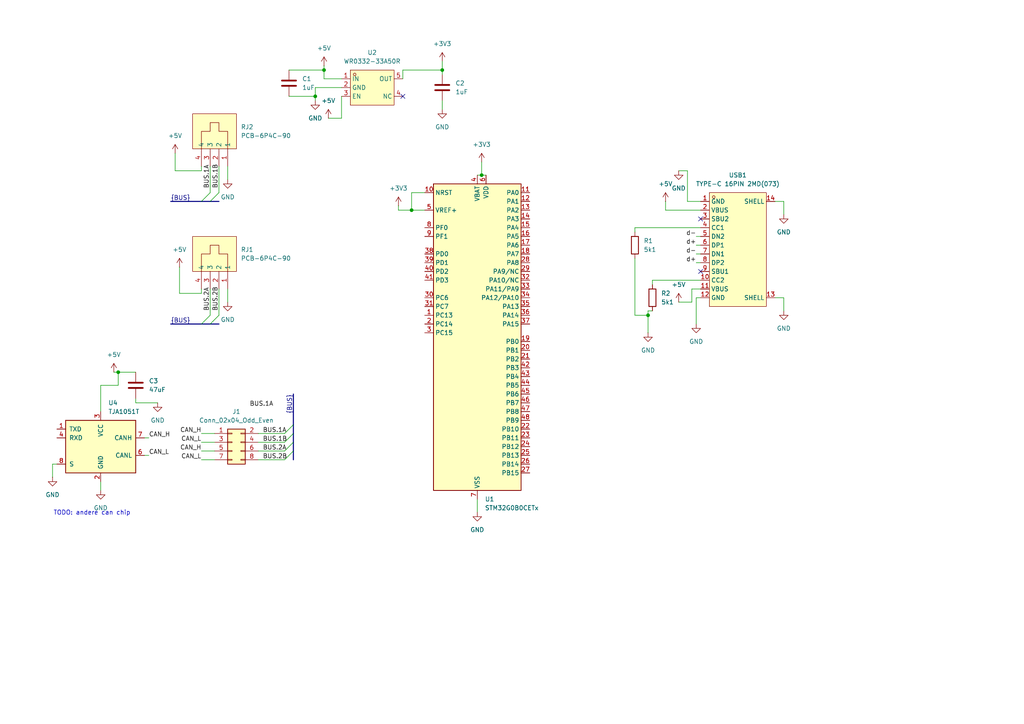
<source format=kicad_sch>
(kicad_sch (version 20231120) (generator "eeschema") (generator_version "8.0")
  (paper "A4")
  (lib_symbols
    (symbol "Connector_Generic:Conn_02x04_Odd_Even" (pin_names (offset 1.016) hide)
      (property "Reference" "J" (at 1.27 5.08 0))
      (property "Value" "Conn_02x04_Odd_Even" (at 1.27 -7.62 0))
      (symbol "Conn_02x04_Odd_Even_1_1"
        (rectangle (start -1.27 -4.953) (end 0 -5.207) (stroke (width 0.1524)))
        (rectangle (start -1.27 -2.413) (end 0 -2.667) (stroke (width 0.1524)))
        (rectangle (start -1.27 0.127) (end 0 -0.127) (stroke (width 0.1524)))
        (rectangle (start -1.27 2.667) (end 0 2.413) (stroke (width 0.1524)))
        (rectangle (start -1.27 3.81) (end 3.81 -6.35) (stroke (width 0.254)) (fill (type background)))
        (rectangle (start 3.81 -4.953) (end 2.54 -5.207) (stroke (width 0.1524)))
        (rectangle (start 3.81 -2.413) (end 2.54 -2.667) (stroke (width 0.1524)))
        (rectangle (start 3.81 0.127) (end 2.54 -0.127) (stroke (width 0.1524)))
        (rectangle (start 3.81 2.667) (end 2.54 2.413) (stroke (width 0.1524)))
        (pin passive line (at -5.08 2.54 0) (length 3.81) (name "Pin_1") (number "1"))
        (pin passive line (at 7.62 2.54 180) (length 3.81) (name "Pin_2") (number "2"))
        (pin passive line (at -5.08 0 0) (length 3.81) (name "Pin_3") (number "3"))
        (pin passive line (at 7.62 0 180) (length 3.81) (name "Pin_4") (number "4"))
        (pin passive line (at -5.08 -2.54 0) (length 3.81) (name "Pin_5") (number "5"))
        (pin passive line (at 7.62 -2.54 180) (length 3.81) (name "Pin_6") (number "6"))
        (pin passive line (at -5.08 -5.08 0) (length 3.81) (name "Pin_7") (number "7"))
        (pin passive line (at 7.62 -5.08 180) (length 3.81) (name "Pin_8") (number "8"))
      )
    )
    (symbol "Device:C" (pin_numbers hide) (pin_names (offset 0.254))
      (property "Reference" "C" (at 0.635 2.54 0))
      (property "Value" "C" (at 0.635 -2.54 0))
      (symbol "C_0_1"
        (polyline (pts (xy -2.032 -0.762) (xy 2.032 -0.762)) (stroke (width 0.508)))
        (polyline (pts (xy -2.032 0.762) (xy 2.032 0.762)) (stroke (width 0.508)))
      )
      (symbol "C_1_1"
        (pin passive line (at 0 3.81 270) (length 2.794) (name "~") (number "1"))
        (pin passive line (at 0 -3.81 90) (length 2.794) (name "~") (number "2"))
      )
    )
    (symbol "Device:R" (pin_numbers hide) (pin_names (offset 0))
      (property "Reference" "R" (at 2.032 0 90))
      (property "Value" "R" (at 0 0 90))
      (symbol "R_0_1"
        (rectangle (start -1.016 -2.54) (end 1.016 2.54) (stroke (width 0.254)))
      )
      (symbol "R_1_1"
        (pin passive line (at 0 3.81 270) (length 1.27) (name "~") (number "1"))
        (pin passive line (at 0 -3.81 90) (length 1.27) (name "~") (number "2"))
      )
    )
    (symbol "Interface_CAN_LIN:TJA1051T" (pin_names (offset 1.016))
      (property "Reference" "U" (at -10.16 8.89 0))
      (property "Value" "TJA1051T" (at 1.27 8.89 0))
      (symbol "TJA1051T_0_1"
        (rectangle (start -10.16 7.62) (end 10.16 -7.62) (stroke (width 0.254)) (fill (type background)))
      )
      (symbol "TJA1051T_1_1"
        (pin input line (at -12.7 5.08 0) (length 2.54) (name "TXD") (number "1"))
        (pin power_in line (at 0 -10.16 90) (length 2.54) (name "GND") (number "2"))
        (pin power_in line (at 0 10.16 270) (length 2.54) (name "VCC") (number "3"))
        (pin output line (at -12.7 2.54 0) (length 2.54) (name "RXD") (number "4"))
        (pin no_connect line (at -10.16 -2.54 0) (length 2.54) hide (name "NC") (number "5"))
        (pin bidirectional line (at 12.7 -2.54 180) (length 2.54) (name "CANL") (number "6"))
        (pin bidirectional line (at 12.7 2.54 180) (length 2.54) (name "CANH") (number "7"))
        (pin input line (at -12.7 -5.08 0) (length 2.54) (name "S") (number "8"))
      )
    )
    (symbol "MCU_ST_STM32G0:STM32G0B0CETx"
      (property "Reference" "U" (at -12.7 46.99 0))
      (property "Value" "STM32G0B0CETx" (at 5.08 46.99 0))
      (symbol "STM32G0B0CETx_0_1"
        (rectangle (start -12.7 -43.18) (end 12.7 45.72) (stroke (width 0.254)) (fill (type background)))
      )
      (symbol "STM32G0B0CETx_1_1"
        (pin bidirectional line (at -15.24 7.62 0) (length 2.54) (name "PC13") (number "1"))
        (pin input line (at -15.24 43.18 0) (length 2.54) (name "NRST") (number "10"))
        (pin bidirectional line (at 15.24 43.18 180) (length 2.54) (name "PA0") (number "11"))
        (pin bidirectional line (at 15.24 40.64 180) (length 2.54) (name "PA1") (number "12"))
        (pin bidirectional line (at 15.24 38.1 180) (length 2.54) (name "PA2") (number "13"))
        (pin bidirectional line (at 15.24 35.56 180) (length 2.54) (name "PA3") (number "14"))
        (pin bidirectional line (at 15.24 33.02 180) (length 2.54) (name "PA4") (number "15"))
        (pin bidirectional line (at 15.24 30.48 180) (length 2.54) (name "PA5") (number "16"))
        (pin bidirectional line (at 15.24 27.94 180) (length 2.54) (name "PA6") (number "17"))
        (pin bidirectional line (at 15.24 25.4 180) (length 2.54) (name "PA7") (number "18"))
        (pin bidirectional line (at 15.24 0 180) (length 2.54) (name "PB0") (number "19"))
        (pin bidirectional line (at -15.24 5.08 0) (length 2.54) (name "PC14") (number "2"))
        (pin bidirectional line (at 15.24 -2.54 180) (length 2.54) (name "PB1") (number "20"))
        (pin bidirectional line (at 15.24 -5.08 180) (length 2.54) (name "PB2") (number "21"))
        (pin bidirectional line (at 15.24 -25.4 180) (length 2.54) (name "PB10") (number "22"))
        (pin bidirectional line (at 15.24 -27.94 180) (length 2.54) (name "PB11") (number "23"))
        (pin bidirectional line (at 15.24 -30.48 180) (length 2.54) (name "PB12") (number "24"))
        (pin bidirectional line (at 15.24 -33.02 180) (length 2.54) (name "PB13") (number "25"))
        (pin bidirectional line (at 15.24 -35.56 180) (length 2.54) (name "PB14") (number "26"))
        (pin bidirectional line (at 15.24 -38.1 180) (length 2.54) (name "PB15") (number "27"))
        (pin bidirectional line (at 15.24 22.86 180) (length 2.54) (name "PA8") (number "28"))
        (pin bidirectional line (at 15.24 20.32 180) (length 2.54) (name "PA9/NC") (number "29"))
        (pin bidirectional line (at -15.24 2.54 0) (length 2.54) (name "PC15") (number "3"))
        (pin bidirectional line (at -15.24 12.7 0) (length 2.54) (name "PC6") (number "30"))
        (pin bidirectional line (at -15.24 10.16 0) (length 2.54) (name "PC7") (number "31"))
        (pin bidirectional line (at 15.24 17.78 180) (length 2.54) (name "PA10/NC") (number "32"))
        (pin bidirectional line (at 15.24 15.24 180) (length 2.54) (name "PA11/PA9") (number "33"))
        (pin bidirectional line (at 15.24 12.7 180) (length 2.54) (name "PA12/PA10") (number "34"))
        (pin bidirectional line (at 15.24 10.16 180) (length 2.54) (name "PA13") (number "35"))
        (pin bidirectional line (at 15.24 7.62 180) (length 2.54) (name "PA14") (number "36"))
        (pin bidirectional line (at 15.24 5.08 180) (length 2.54) (name "PA15") (number "37"))
        (pin bidirectional line (at -15.24 25.4 0) (length 2.54) (name "PD0") (number "38"))
        (pin bidirectional line (at -15.24 22.86 0) (length 2.54) (name "PD1") (number "39"))
        (pin power_in line (at 0 48.26 270) (length 2.54) (name "VBAT") (number "4"))
        (pin bidirectional line (at -15.24 20.32 0) (length 2.54) (name "PD2") (number "40"))
        (pin bidirectional line (at -15.24 17.78 0) (length 2.54) (name "PD3") (number "41"))
        (pin bidirectional line (at 15.24 -7.62 180) (length 2.54) (name "PB3") (number "42"))
        (pin bidirectional line (at 15.24 -10.16 180) (length 2.54) (name "PB4") (number "43"))
        (pin bidirectional line (at 15.24 -12.7 180) (length 2.54) (name "PB5") (number "44"))
        (pin bidirectional line (at 15.24 -15.24 180) (length 2.54) (name "PB6") (number "45"))
        (pin bidirectional line (at 15.24 -17.78 180) (length 2.54) (name "PB7") (number "46"))
        (pin bidirectional line (at 15.24 -20.32 180) (length 2.54) (name "PB8") (number "47"))
        (pin bidirectional line (at 15.24 -22.86 180) (length 2.54) (name "PB9") (number "48"))
        (pin input line (at -15.24 38.1 0) (length 2.54) (name "VREF+") (number "5"))
        (pin power_in line (at 2.54 48.26 270) (length 2.54) (name "VDD") (number "6"))
        (pin power_in line (at 0 -45.72 90) (length 2.54) (name "VSS") (number "7"))
        (pin bidirectional line (at -15.24 33.02 0) (length 2.54) (name "PF0") (number "8"))
        (pin bidirectional line (at -15.24 30.48 0) (length 2.54) (name "PF1") (number "9"))
      )
    )
    (symbol "lcsc:PCB-6P4C-90"
      (property "Reference" "RJ" (at 0 -2.54 0))
      (property "Value" "PCB-6P4C-90" (at 0 -12.7 0))
      (symbol "PCB-6P4C-90_0_1"
        (rectangle (start -6.35 7.62) (end 6.35 -2.54) (fill (type background)))
        (polyline (pts (xy 3.81 -2.54) (xy 3.81 2.54) (xy 1.27 2.54) (xy 1.27 5.08) (xy -1.27 5.08) (xy -1.27 2.54) (xy -3.81 2.54) (xy -3.81 0) (xy -3.81 -2.54)))
        (pin unspecified line (at 3.81 -7.62 90) (length 5.08) (name "1") (number "1"))
        (pin unspecified line (at 1.27 -7.62 90) (length 5.08) (name "2") (number "2"))
        (pin unspecified line (at -1.27 -7.62 90) (length 5.08) (name "3") (number "3"))
        (pin unspecified line (at -3.81 -7.62 90) (length 5.08) (name "4") (number "4"))
      )
    )
    (symbol "lcsc:TYPE-C16PIN2MD(073)"
      (property "Reference" "USB" (at 0 19.05 0))
      (property "Value" "TYPE-C 16PIN 2MD(073)" (at 0 -19.05 0))
      (symbol "TYPE-C16PIN2MD(073)_0_1"
        (rectangle (start -8.89 16.51) (end 7.62 -16.51) (fill (type background)))
        (circle (center -7.62 15.24) (radius 0.38))
        (pin unspecified line (at -11.43 13.97 0) (length 2.54) (name "GND") (number "1"))
        (pin unspecified line (at -11.43 -8.89 0) (length 2.54) (name "CC2") (number "10"))
        (pin unspecified line (at -11.43 -11.43 0) (length 2.54) (name "VBUS") (number "11"))
        (pin unspecified line (at -11.43 -13.97 0) (length 2.54) (name "GND") (number "12"))
        (pin unspecified line (at 10.16 -13.97 180) (length 2.54) (name "SHELL") (number "13"))
        (pin unspecified line (at 10.16 13.97 180) (length 2.54) (name "SHELL") (number "14"))
        (pin unspecified line (at -11.43 11.43 0) (length 2.54) (name "VBUS") (number "2"))
        (pin unspecified line (at -11.43 8.89 0) (length 2.54) (name "SBU2") (number "3"))
        (pin unspecified line (at -11.43 6.35 0) (length 2.54) (name "CC1") (number "4"))
        (pin unspecified line (at -11.43 3.81 0) (length 2.54) (name "DN2") (number "5"))
        (pin unspecified line (at -11.43 1.27 0) (length 2.54) (name "DP1") (number "6"))
        (pin unspecified line (at -11.43 -1.27 0) (length 2.54) (name "DN1") (number "7"))
        (pin unspecified line (at -11.43 -3.81 0) (length 2.54) (name "DP2") (number "8"))
        (pin unspecified line (at -11.43 -6.35 0) (length 2.54) (name "SBU1") (number "9"))
      )
    )
    (symbol "lcsc:WR0332-33A50R"
      (property "Reference" "U" (at 0 7.62 0))
      (property "Value" "WR0332-33A50R" (at 0 -7.62 0))
      (symbol "WR0332-33A50R_0_1"
        (rectangle (start -6.35 5.08) (end 6.35 -5.08) (fill (type background)))
        (circle (center -5.08 3.81) (radius 0.38))
        (pin unspecified line (at -8.89 2.54 0) (length 2.54) (name "IN") (number "1"))
        (pin unspecified line (at -8.89 0 0) (length 2.54) (name "GND") (number "2"))
        (pin unspecified line (at -8.89 -2.54 0) (length 2.54) (name "EN") (number "3"))
        (pin unspecified line (at 8.89 -2.54 180) (length 2.54) (name "NC") (number "4"))
        (pin unspecified line (at 8.89 2.54 180) (length 2.54) (name "OUT") (number "5"))
      )
    )
    (symbol "power:+3V3" (power) (pin_numbers hide) (pin_names (offset 0) hide)
      (property "Value" "+3V3" (at 0 3.556 0))
      (symbol "+3V3_0_1"
        (polyline (pts (xy -0.762 1.27) (xy 0 2.54)))
        (polyline (pts (xy 0 0) (xy 0 2.54)))
        (polyline (pts (xy 0 2.54) (xy 0.762 1.27)))
      )
      (symbol "+3V3_1_1"
        (pin power_in line (at 0 0 90) (length 0) (name "~") (number "1"))
      )
    )
    (symbol "power:+5V" (power) (pin_numbers hide) (pin_names (offset 0) hide)
      (property "Value" "+5V" (at 0 3.556 0))
      (symbol "+5V_0_1"
        (polyline (pts (xy -0.762 1.27) (xy 0 2.54)))
        (polyline (pts (xy 0 0) (xy 0 2.54)))
        (polyline (pts (xy 0 2.54) (xy 0.762 1.27)))
      )
      (symbol "+5V_1_1"
        (pin power_in line (at 0 0 90) (length 0) (name "~") (number "1"))
      )
    )
    (symbol "power:GND" (power) (pin_numbers hide) (pin_names (offset 0) hide)
      (property "Value" "GND" (at 0 -3.81 0))
      (symbol "GND_0_1"
        (polyline (pts (xy 0 0) (xy 0 -1.27) (xy 1.27 -1.27) (xy 0 -2.54) (xy -1.27 -1.27) (xy 0 -1.27)))
      )
      (symbol "GND_1_1"
        (pin power_in line (at 0 0 270) (length 0) (name "~") (number "1"))
      )
    )
  )
  (bus_alias "BUS" (members "1A" "1B" "2A" "2B"))
  (bus_alias "BUS2" (members "A" "B"))
  (junction (at 139.7 50.8))
  (junction (at 93.98 20.32))
  (junction (at 187.96 91.44))
  (junction (at 119.38 60.96))
  (junction (at 34.29 107.95))
  (junction (at 128.27 20.32))
  (junction (at 91.44 27.94))
  (no_connect (at 203.2 78.74))
  (no_connect (at 116.84 27.94))
  (no_connect (at 203.2 63.5))
  (bus_entry (at 63.5 55.88) (size -2.54 2.54))
  (bus_entry (at 82.55 130.81) (size 2.54 -2.54))
  (bus_entry (at 58.42 93.98) (size 2.54 -2.54))
  (bus_entry (at 82.55 125.73) (size 2.54 -2.54))
  (bus_entry (at 58.42 58.42) (size 2.54 -2.54))
  (bus_entry (at 82.55 128.27) (size 2.54 -2.54))
  (bus_entry (at 82.55 133.35) (size 2.54 -2.54))
  (bus_entry (at 63.5 91.44) (size -2.54 2.54))
  (wire (pts (xy 15.24 138.43) (xy 15.24 134.62)))
  (bus (pts (xy 85.09 114.3) (xy 85.09 123.19)))
  (bus (pts (xy 58.42 58.42) (xy 60.96 58.42)))
  (wire (pts (xy 74.93 133.35) (xy 82.55 133.35)))
  (wire (pts (xy 189.23 82.55) (xy 189.23 81.28)))
  (wire (pts (xy 93.98 19.05) (xy 93.98 20.32)))
  (wire (pts (xy 128.27 21.59) (xy 128.27 20.32)))
  (wire (pts (xy 52.07 85.09) (xy 58.42 85.09)))
  (wire (pts (xy 74.93 125.73) (xy 82.55 125.73)))
  (wire (pts (xy 187.96 91.44) (xy 187.96 90.17)))
  (wire (pts (xy 95.25 34.29) (xy 99.06 34.29)))
  (wire (pts (xy 45.72 116.84) (xy 39.37 116.84)))
  (wire (pts (xy 200.66 87.63) (xy 200.66 83.82)))
  (bus (pts (xy 49.53 58.42) (xy 58.42 58.42)))
  (wire (pts (xy 60.96 48.26) (xy 60.96 55.88)))
  (wire (pts (xy 201.93 68.58) (xy 203.2 68.58)))
  (wire (pts (xy 33.02 107.95) (xy 34.29 107.95)))
  (wire (pts (xy 39.37 116.84) (xy 39.37 115.57)))
  (bus (pts (xy 85.09 125.73) (xy 85.09 128.27)))
  (wire (pts (xy 15.24 134.62) (xy 16.51 134.62)))
  (wire (pts (xy 58.42 128.27) (xy 62.23 128.27)))
  (bus (pts (xy 58.42 93.98) (xy 60.96 93.98)))
  (wire (pts (xy 34.29 107.95) (xy 34.29 111.76)))
  (wire (pts (xy 119.38 60.96) (xy 123.19 60.96)))
  (wire (pts (xy 41.91 132.08) (xy 43.18 132.08)))
  (wire (pts (xy 60.96 83.82) (xy 60.96 91.44)))
  (wire (pts (xy 201.93 86.36) (xy 203.2 86.36)))
  (wire (pts (xy 199.39 58.42) (xy 203.2 58.42)))
  (bus (pts (xy 60.96 58.42) (xy 63.5 58.42)))
  (bus (pts (xy 85.09 128.27) (xy 85.09 130.81)))
  (wire (pts (xy 115.57 59.69) (xy 115.57 60.96)))
  (wire (pts (xy 138.43 144.78) (xy 138.43 148.59)))
  (wire (pts (xy 91.44 27.94) (xy 91.44 25.4)))
  (wire (pts (xy 83.82 20.32) (xy 93.98 20.32)))
  (wire (pts (xy 187.96 91.44) (xy 184.15 91.44)))
  (wire (pts (xy 187.96 96.52) (xy 187.96 91.44)))
  (wire (pts (xy 199.39 49.53) (xy 199.39 58.42)))
  (wire (pts (xy 184.15 66.04) (xy 203.2 66.04)))
  (wire (pts (xy 41.91 127) (xy 43.18 127)))
  (wire (pts (xy 52.07 77.47) (xy 52.07 85.09)))
  (wire (pts (xy 201.93 76.2) (xy 203.2 76.2)))
  (wire (pts (xy 201.93 93.98) (xy 201.93 86.36)))
  (wire (pts (xy 63.5 48.26) (xy 63.5 55.88)))
  (wire (pts (xy 58.42 125.73) (xy 62.23 125.73)))
  (wire (pts (xy 66.04 48.26) (xy 66.04 52.07)))
  (wire (pts (xy 227.33 58.42) (xy 227.33 62.23)))
  (wire (pts (xy 58.42 133.35) (xy 62.23 133.35)))
  (wire (pts (xy 93.98 20.32) (xy 93.98 22.86)))
  (wire (pts (xy 201.93 71.12) (xy 203.2 71.12)))
  (bus (pts (xy 85.09 123.19) (xy 85.09 125.73)))
  (wire (pts (xy 93.98 22.86) (xy 99.06 22.86)))
  (wire (pts (xy 29.21 111.76) (xy 29.21 119.38)))
  (wire (pts (xy 189.23 81.28) (xy 203.2 81.28)))
  (wire (pts (xy 29.21 139.7) (xy 29.21 142.24)))
  (bus (pts (xy 85.09 130.81) (xy 85.09 133.35)))
  (wire (pts (xy 128.27 17.78) (xy 128.27 20.32)))
  (wire (pts (xy 91.44 29.21) (xy 91.44 27.94)))
  (wire (pts (xy 224.79 58.42) (xy 227.33 58.42)))
  (wire (pts (xy 139.7 50.8) (xy 138.43 50.8)))
  (wire (pts (xy 74.93 130.81) (xy 82.55 130.81)))
  (wire (pts (xy 123.19 55.88) (xy 119.38 55.88)))
  (wire (pts (xy 66.04 83.82) (xy 66.04 87.63)))
  (wire (pts (xy 128.27 29.21) (xy 128.27 31.75)))
  (bus (pts (xy 49.53 93.98) (xy 58.42 93.98)))
  (wire (pts (xy 58.42 130.81) (xy 62.23 130.81)))
  (wire (pts (xy 50.8 44.45) (xy 50.8 49.53)))
  (wire (pts (xy 50.8 49.53) (xy 58.42 49.53)))
  (wire (pts (xy 139.7 50.8) (xy 140.97 50.8)))
  (wire (pts (xy 63.5 83.82) (xy 63.5 91.44)))
  (wire (pts (xy 34.29 107.95) (xy 39.37 107.95)))
  (bus (pts (xy 60.96 93.98) (xy 63.5 93.98)))
  (wire (pts (xy 200.66 83.82) (xy 203.2 83.82)))
  (wire (pts (xy 116.84 20.32) (xy 128.27 20.32)))
  (wire (pts (xy 116.84 22.86) (xy 116.84 20.32)))
  (wire (pts (xy 34.29 111.76) (xy 29.21 111.76)))
  (wire (pts (xy 224.79 86.36) (xy 227.33 86.36)))
  (wire (pts (xy 184.15 67.31) (xy 184.15 66.04)))
  (wire (pts (xy 184.15 74.93) (xy 184.15 91.44)))
  (wire (pts (xy 74.93 128.27) (xy 82.55 128.27)))
  (wire (pts (xy 196.85 49.53) (xy 199.39 49.53)))
  (wire (pts (xy 193.04 58.42) (xy 193.04 60.96)))
  (wire (pts (xy 58.42 49.53) (xy 58.42 48.26)))
  (wire (pts (xy 91.44 25.4) (xy 99.06 25.4)))
  (wire (pts (xy 115.57 60.96) (xy 119.38 60.96)))
  (wire (pts (xy 187.96 90.17) (xy 189.23 90.17)))
  (wire (pts (xy 227.33 86.36) (xy 227.33 90.17)))
  (wire (pts (xy 99.06 34.29) (xy 99.06 27.94)))
  (wire (pts (xy 201.93 73.66) (xy 203.2 73.66)))
  (wire (pts (xy 193.04 60.96) (xy 203.2 60.96)))
  (wire (pts (xy 58.42 85.09) (xy 58.42 83.82)))
  (wire (pts (xy 83.82 27.94) (xy 91.44 27.94)))
  (wire (pts (xy 119.38 55.88) (xy 119.38 60.96)))
  (wire (pts (xy 139.7 46.99) (xy 139.7 50.8)))
  (wire (pts (xy 196.85 87.63) (xy 200.66 87.63)))
  (text "TODO: andere can chip" (at 26.67 148.844 0) (effects (font (size 1.27 1.27))))
  (label "d-" (at 201.93 68.58 180))
  (label "CAN_H" (at 58.42 130.81 180))
  (label "d+" (at 201.93 76.2 180))
  (label "BUS.2B" (at 63.5 90.17 90))
  (label "BUS.1A" (at 60.96 54.61 90))
  (label "CAN_H" (at 43.18 127 0))
  (label "CAN_L" (at 58.42 133.35 180))
  (label "d-" (at 201.93 73.66 180))
  (label "{BUS}" (at 85.09 114.3 270))
  (label "BUS.2A" (at 76.2 130.81 0))
  (label "{BUS}" (at 49.53 58.42 0))
  (label "BUS.2A" (at 60.96 90.17 90))
  (label "CAN_L" (at 43.18 132.08 0))
  (label "{BUS}" (at 49.53 93.98 0))
  (label "BUS.1A" (at 76.2 125.73 0))
  (label "BUS.1A" (at 72.39 118.11 0))
  (label "BUS.1B" (at 63.5 54.61 90))
  (label "d+" (at 201.93 71.12 180))
  (label "BUS.1B" (at 76.2 128.27 0))
  (label "CAN_L" (at 58.42 128.27 180))
  (label "BUS.2B" (at 76.2 133.35 0))
  (label "CAN_H" (at 58.42 125.73 180))
  (symbol (lib_id "power:GND") (at 201.93 93.98 0) (unit 1)
    (property "Reference" "#PWR020" (effects (hide yes)))
    (property "Value" "GND" (at 201.93 99.06 0))
    (property "Description" "Power symbol creates a global label with name \"GND\" , ground" (effects (hide yes)))
  )
  (symbol (lib_id "power:+5V") (at 95.25 34.29 0) (unit 1)
    (property "Reference" "#PWR09" (effects (hide yes)))
    (property "Value" "+5V" (at 95.25 29.21 0))
    (property "Description" "Power symbol creates a global label with name \"+5V\"" (effects (hide yes)))
  )
  (symbol (lib_id "power:GND") (at 66.04 52.07 0) (unit 1)
    (property "Reference" "#PWR04" (effects (hide yes)))
    (property "Value" "GND" (at 66.04 57.15 0))
    (property "Description" "Power symbol creates a global label with name \"GND\" , ground" (effects (hide yes)))
  )
  (symbol (lib_id "Device:C") (at 128.27 25.4 0) (unit 1)
    (property "Reference" "C2" (at 132.08 24.1299 0) (effects (justify left)))
    (property "Value" "1uF" (at 132.08 26.6699 0) (effects (justify left)))
    (property "Footprint" "Capacitor_SMD:C_0805_2012Metric" (effects (hide yes)))
    (property "Description" "Unpolarized capacitor" (effects (hide yes)))
  )
  (symbol (lib_id "Device:C") (at 39.37 111.76 0) (unit 1)
    (property "Reference" "C3" (at 43.18 110.4899 0) (effects (justify left)))
    (property "Value" "47uF" (at 43.18 113.0299 0) (effects (justify left)))
    (property "Footprint" "Capacitor_SMD:C_0805_2012Metric" (effects (hide yes)))
    (property "Description" "Unpolarized capacitor" (effects (hide yes)))
  )
  (symbol (lib_id "power:GND") (at 128.27 31.75 0) (unit 1)
    (property "Reference" "#PWR07" (effects (hide yes)))
    (property "Value" "GND" (at 128.27 36.83 0))
    (property "Description" "Power symbol creates a global label with name \"GND\" , ground" (effects (hide yes)))
  )
  (symbol (lib_id "power:GND") (at 15.24 138.43 0) (unit 1)
    (property "Reference" "#PWR016" (effects (hide yes)))
    (property "Value" "GND" (at 15.24 143.51 0))
    (property "Description" "Power symbol creates a global label with name \"GND\" , ground" (effects (hide yes)))
  )
  (symbol (lib_id "Device:C") (at 83.82 24.13 0) (unit 1)
    (property "Reference" "C1" (at 87.63 22.8599 0) (effects (justify left)))
    (property "Value" "1uF" (at 87.63 25.3999 0) (effects (justify left)))
    (property "Footprint" "Capacitor_SMD:C_0805_2012Metric" (effects (hide yes)))
    (property "Description" "Unpolarized capacitor" (effects (hide yes)))
  )
  (symbol (lib_id "power:GND") (at 91.44 29.21 0) (unit 1)
    (property "Reference" "#PWR06" (effects (hide yes)))
    (property "Value" "GND" (at 91.44 34.29 0))
    (property "Description" "Power symbol creates a global label with name \"GND\" , ground" (effects (hide yes)))
  )
  (symbol (lib_id "power:+3V3") (at 115.57 59.69 0) (unit 1)
    (property "Reference" "#PWR012" (effects (hide yes)))
    (property "Value" "+3V3" (at 115.57 54.61 0))
    (property "Description" "Power symbol creates a global label with name \"+3V3\"" (effects (hide yes)))
  )
  (symbol (lib_id "power:+3V3") (at 128.27 17.78 0) (unit 1)
    (property "Reference" "#PWR08" (effects (hide yes)))
    (property "Value" "+3V3" (at 128.27 12.7 0))
    (property "Description" "Power symbol creates a global label with name \"+3V3\"" (effects (hide yes)))
  )
  (symbol (lib_id "power:GND") (at 196.85 49.53 0) (unit 1)
    (property "Reference" "#PWR021" (effects (hide yes)))
    (property "Value" "GND" (at 196.85 54.61 0))
    (property "Description" "Power symbol creates a global label with name \"GND\" , ground" (effects (hide yes)))
  )
  (symbol (lib_id "power:GND") (at 29.21 142.24 0) (unit 1)
    (property "Reference" "#PWR013" (effects (hide yes)))
    (property "Value" "GND" (at 29.21 147.32 0))
    (property "Description" "Power symbol creates a global label with name \"GND\" , ground" (effects (hide yes)))
  )
  (symbol (lib_id "power:GND") (at 45.72 116.84 0) (unit 1)
    (property "Reference" "#PWR015" (effects (hide yes)))
    (property "Value" "GND" (at 45.72 121.92 0))
    (property "Description" "Power symbol creates a global label with name \"GND\" , ground" (effects (hide yes)))
  )
  (symbol (lib_id "lcsc:PCB-6P4C-90") (at 62.23 40.64 0) (unit 1)
    (property "Reference" "RJ2" (at 69.85 36.8299 0) (effects (justify left)))
    (property "Value" "PCB-6P4C-90" (at 69.85 39.3699 0) (effects (justify left)))
    (property "Footprint" "lcsc:RJ11-TH_PCB-6P4C-90" (effects (hide yes)))
    (property "Datasheet" "https://lcsc.com/product-detail/Others_Shenzhen-Cancome-PCB-6P4C-90degree-Boundless-gray-Full-gold_C189749.html" (effects (hide yes)))
    (property "LCSC Part" "C189749" (effects (hide yes)))
  )
  (symbol (lib_id "Interface_CAN_LIN:TJA1051T") (at 29.21 129.54 0) (unit 1)
    (property "Reference" "U4" (at 31.4041 116.84 0) (effects (justify left)))
    (property "Value" "TJA1051T" (at 31.4041 119.38 0) (effects (justify left)))
    (property "Footprint" "Package_SO:SOIC-8_3.9x4.9mm_P1.27mm" (effects (hide yes)))
    (property "Datasheet" "http://www.nxp.com/docs/en/data-sheet/TJA1051.pdf" (effects (hide yes)))
    (property "Description" "High-Speed CAN Transceiver, silent mode, SOIC-8" (effects (hide yes)))
  )
  (symbol (lib_id "lcsc:TYPE-C16PIN2MD(073)") (at 214.63 72.39 0) (unit 1)
    (property "Reference" "USB1" (at 213.995 50.8 0))
    (property "Value" "TYPE-C 16PIN 2MD(073)" (at 213.995 53.34 0))
    (property "Footprint" "lcsc:USB-C-SMD_TYPE-C-6PIN-2MD-073" (effects (hide yes)))
    (property "LCSC Part" "C2765186" (effects (hide yes)))
  )
  (symbol (lib_id "Connector_Generic:Conn_02x04_Odd_Even") (at 67.31 128.27 0) (unit 1)
    (property "Reference" "J1" (at 68.58 119.38 0))
    (property "Value" "Conn_02x04_Odd_Even" (at 68.58 121.92 0))
    (property "Footprint" "Connector_PinHeader_2.54mm:PinHeader_2x04_P2.54mm_Vertical" (effects (hide yes)))
    (property "Description" "Generic connector, double row, 02x04, odd/even pin numbering scheme (row 1 odd numbers, row 2 even numbers), script generated (kicad-library-utils/schlib/autogen/connector/)" (effects (hide yes)))
  )
  (symbol (lib_id "lcsc:PCB-6P4C-90") (at 62.23 76.2 0) (unit 1)
    (property "Reference" "RJ1" (at 69.85 72.3899 0) (effects (justify left)))
    (property "Value" "PCB-6P4C-90" (at 69.85 74.9299 0) (effects (justify left)))
    (property "Footprint" "lcsc:RJ11-TH_PCB-6P4C-90" (effects (hide yes)))
    (property "Datasheet" "https://lcsc.com/product-detail/Others_Shenzhen-Cancome-PCB-6P4C-90degree-Boundless-gray-Full-gold_C189749.html" (effects (hide yes)))
    (property "LCSC Part" "C189749" (effects (hide yes)))
  )
  (symbol (lib_id "power:GND") (at 187.96 96.52 0) (unit 1)
    (property "Reference" "#PWR017" (effects (hide yes)))
    (property "Value" "GND" (at 187.96 101.6 0))
    (property "Description" "Power symbol creates a global label with name \"GND\" , ground" (effects (hide yes)))
  )
  (symbol (lib_id "Device:R") (at 189.23 86.36 0) (unit 1)
    (property "Reference" "R2" (at 191.77 85.0899 0) (effects (justify left)))
    (property "Value" "5k1" (at 191.77 87.6299 0) (effects (justify left)))
    (property "Footprint" "Resistor_SMD:R_0805_2012Metric" (effects (hide yes)))
    (property "Description" "Resistor" (effects (hide yes)))
  )
  (symbol (lib_id "power:+5V") (at 193.04 58.42 0) (unit 1)
    (property "Reference" "#PWR018" (effects (hide yes)))
    (property "Value" "+5V" (at 193.04 53.34 0))
    (property "Description" "Power symbol creates a global label with name \"+5V\"" (effects (hide yes)))
  )
  (symbol (lib_id "Device:R") (at 184.15 71.12 0) (unit 1)
    (property "Reference" "R1" (at 186.69 69.8499 0) (effects (justify left)))
    (property "Value" "5k1" (at 186.69 72.3899 0) (effects (justify left)))
    (property "Footprint" "Resistor_SMD:R_0805_2012Metric" (effects (hide yes)))
    (property "Description" "Resistor" (effects (hide yes)))
  )
  (symbol (lib_id "power:GND") (at 227.33 90.17 0) (mirror y) (unit 1)
    (property "Reference" "#PWR023" (effects (hide yes)))
    (property "Value" "GND" (at 227.33 95.25 0))
    (property "Description" "Power symbol creates a global label with name \"GND\" , ground" (effects (hide yes)))
  )
  (symbol (lib_id "power:+5V") (at 196.85 87.63 0) (unit 1)
    (property "Reference" "#PWR019" (effects (hide yes)))
    (property "Value" "+5V" (at 196.85 82.55 0))
    (property "Description" "Power symbol creates a global label with name \"+5V\"" (effects (hide yes)))
  )
  (symbol (lib_id "power:+5V") (at 52.07 77.47 0) (unit 1)
    (property "Reference" "#PWR02" (effects (hide yes)))
    (property "Value" "+5V" (at 52.07 72.39 0))
    (property "Description" "Power symbol creates a global label with name \"+5V\"" (effects (hide yes)))
  )
  (symbol (lib_id "lcsc:WR0332-33A50R") (at 107.95 25.4 0) (unit 1)
    (property "Reference" "U2" (at 107.95 15.24 0))
    (property "Value" "WR0332-33A50R" (at 107.95 17.78 0))
    (property "Footprint" "lcsc:SOT-23-5_L2.9-W1.6-P0.95-LS2.8-BR" (effects (hide yes)))
    (property "LCSC Part" "C3039418" (effects (hide yes)))
  )
  (symbol (lib_id "power:GND") (at 227.33 62.23 0) (unit 1)
    (property "Reference" "#PWR022" (effects (hide yes)))
    (property "Value" "GND" (at 227.33 67.31 0))
    (property "Description" "Power symbol creates a global label with name \"GND\" , ground" (effects (hide yes)))
  )
  (symbol (lib_id "power:GND") (at 66.04 87.63 0) (unit 1)
    (property "Reference" "#PWR03" (effects (hide yes)))
    (property "Value" "GND" (at 66.04 92.71 0))
    (property "Description" "Power symbol creates a global label with name \"GND\" , ground" (effects (hide yes)))
  )
  (symbol (lib_id "power:GND") (at 138.43 148.59 0) (unit 1)
    (property "Reference" "#PWR011" (effects (hide yes)))
    (property "Value" "GND" (at 138.43 153.67 0))
    (property "Description" "Power symbol creates a global label with name \"GND\" , ground" (effects (hide yes)))
  )
  (symbol (lib_id "power:+5V") (at 33.02 107.95 0) (unit 1)
    (property "Reference" "#PWR014" (effects (hide yes)))
    (property "Value" "+5V" (at 33.02 102.87 0))
    (property "Description" "Power symbol creates a global label with name \"+5V\"" (effects (hide yes)))
  )
  (symbol (lib_id "power:+5V") (at 93.98 19.05 0) (unit 1)
    (property "Reference" "#PWR05" (effects (hide yes)))
    (property "Value" "+5V" (at 93.98 13.97 0))
    (property "Description" "Power symbol creates a global label with name \"+5V\"" (effects (hide yes)))
  )
  (symbol (lib_id "power:+5V") (at 50.8 44.45 0) (unit 1)
    (property "Reference" "#PWR01" (effects (hide yes)))
    (property "Value" "+5V" (at 50.8 39.37 0))
    (property "Description" "Power symbol creates a global label with name \"+5V\"" (effects (hide yes)))
  )
  (symbol (lib_id "power:+3V3") (at 139.7 46.99 0) (unit 1)
    (property "Reference" "#PWR010" (effects (hide yes)))
    (property "Value" "+3V3" (at 139.7 41.91 0))
    (property "Description" "Power symbol creates a global label with name \"+3V3\"" (effects (hide yes)))
  )
  (symbol (lib_id "MCU_ST_STM32G0:STM32G0B0CETx") (at 138.43 99.06 0) (unit 1)
    (property "Reference" "U1" (at 140.6241 144.78 0) (effects (justify left)))
    (property "Value" "STM32G0B0CETx" (at 140.6241 147.32 0) (effects (justify left)))
    (property "Footprint" "Package_QFP:LQFP-48_7x7mm_P0.5mm" (effects (hide yes)))
    (property "Datasheet" "https://www.st.com/resource/en/datasheet/stm32g0b0ce.pdf" (effects (hide yes)))
    (property "Description" "STMicroelectronics Arm Cortex-M0+ MCU, 512KB flash, 144KB RAM, 64 MHz, 2.0-3.6V, 43 GPIO, LQFP48" (effects (hide yes)))
  )
)
</source>
